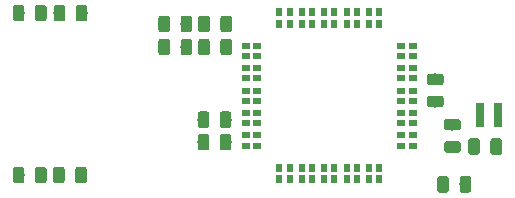
<source format=gbr>
G04 #@! TF.GenerationSoftware,KiCad,Pcbnew,(5.1.4)-1*
G04 #@! TF.CreationDate,2019-12-30T09:54:18-05:00*
G04 #@! TF.ProjectId,Feather-SAM-M8Q-GPS,46656174-6865-4722-9d53-414d2d4d3851,rev?*
G04 #@! TF.SameCoordinates,Original*
G04 #@! TF.FileFunction,Paste,Top*
G04 #@! TF.FilePolarity,Positive*
%FSLAX46Y46*%
G04 Gerber Fmt 4.6, Leading zero omitted, Abs format (unit mm)*
G04 Created by KiCad (PCBNEW (5.1.4)-1) date 2019-12-30 09:54:18*
%MOMM*%
%LPD*%
G04 APERTURE LIST*
%ADD10R,0.580000X0.720000*%
%ADD11R,0.720000X0.580000*%
%ADD12C,0.100000*%
%ADD13C,0.975000*%
%ADD14R,0.800000X2.000000*%
G04 APERTURE END LIST*
D10*
X123732000Y-60752800D03*
X122882000Y-60752800D03*
X123732000Y-59752800D03*
X122882000Y-59752800D03*
X121832000Y-60752800D03*
X120982000Y-60752800D03*
X121832000Y-59752800D03*
X120982000Y-59752800D03*
X119932000Y-60752800D03*
X119082000Y-60752800D03*
X119932000Y-59752800D03*
X119082000Y-59752800D03*
X117182000Y-60752800D03*
X118032000Y-60752800D03*
X117182000Y-59752800D03*
X118032000Y-59752800D03*
X116132000Y-60752800D03*
X115282000Y-60752800D03*
X116132000Y-59752800D03*
X115282000Y-59752800D03*
X123732000Y-72952800D03*
X120982000Y-72952800D03*
X123732000Y-73952800D03*
X120982000Y-73952800D03*
X121832000Y-72952800D03*
X122882000Y-72952800D03*
X121832000Y-73952800D03*
X122882000Y-73952800D03*
X119932000Y-72952800D03*
X119082000Y-72952800D03*
X119932000Y-73952800D03*
X119082000Y-73952800D03*
X118032000Y-72952800D03*
X117182000Y-72952800D03*
X118032000Y-73952800D03*
X117182000Y-73952800D03*
X116132000Y-72952800D03*
X115282000Y-72952800D03*
X116132000Y-73952800D03*
X115282000Y-73952800D03*
D11*
X126607000Y-71077800D03*
X126607000Y-70227800D03*
X125607000Y-71077800D03*
X125607000Y-70227800D03*
X126607000Y-69177800D03*
X125607000Y-69177800D03*
X126607000Y-68327800D03*
X125607000Y-68327800D03*
X126607000Y-67277800D03*
X125607000Y-67277800D03*
X126607000Y-66427800D03*
X125607000Y-66427800D03*
X126607000Y-65377800D03*
X125607000Y-65377800D03*
X126607000Y-64527800D03*
X125607000Y-64527800D03*
X126607000Y-63477800D03*
X125607000Y-63477800D03*
X126607000Y-62627800D03*
X125607000Y-62627800D03*
X113407000Y-71077800D03*
X112407000Y-71077800D03*
X113407000Y-70227800D03*
X112407000Y-70227800D03*
X113407000Y-69177800D03*
X112407000Y-69177800D03*
X113407000Y-68327800D03*
X112407000Y-68327800D03*
X113407000Y-67277800D03*
X112407000Y-67277800D03*
X113407000Y-66427800D03*
X112407000Y-66427800D03*
X113407000Y-65377800D03*
X112407000Y-65377800D03*
X113407000Y-64527800D03*
X112407000Y-64527800D03*
X113407000Y-63477800D03*
X112407000Y-63477800D03*
X113407000Y-62627800D03*
X112407000Y-62627800D03*
D12*
G36*
X130401142Y-68832574D02*
G01*
X130424803Y-68836084D01*
X130448007Y-68841896D01*
X130470529Y-68849954D01*
X130492153Y-68860182D01*
X130512670Y-68872479D01*
X130531883Y-68886729D01*
X130549607Y-68902793D01*
X130565671Y-68920517D01*
X130579921Y-68939730D01*
X130592218Y-68960247D01*
X130602446Y-68981871D01*
X130610504Y-69004393D01*
X130616316Y-69027597D01*
X130619826Y-69051258D01*
X130621000Y-69075150D01*
X130621000Y-69562650D01*
X130619826Y-69586542D01*
X130616316Y-69610203D01*
X130610504Y-69633407D01*
X130602446Y-69655929D01*
X130592218Y-69677553D01*
X130579921Y-69698070D01*
X130565671Y-69717283D01*
X130549607Y-69735007D01*
X130531883Y-69751071D01*
X130512670Y-69765321D01*
X130492153Y-69777618D01*
X130470529Y-69787846D01*
X130448007Y-69795904D01*
X130424803Y-69801716D01*
X130401142Y-69805226D01*
X130377250Y-69806400D01*
X129464750Y-69806400D01*
X129440858Y-69805226D01*
X129417197Y-69801716D01*
X129393993Y-69795904D01*
X129371471Y-69787846D01*
X129349847Y-69777618D01*
X129329330Y-69765321D01*
X129310117Y-69751071D01*
X129292393Y-69735007D01*
X129276329Y-69717283D01*
X129262079Y-69698070D01*
X129249782Y-69677553D01*
X129239554Y-69655929D01*
X129231496Y-69633407D01*
X129225684Y-69610203D01*
X129222174Y-69586542D01*
X129221000Y-69562650D01*
X129221000Y-69075150D01*
X129222174Y-69051258D01*
X129225684Y-69027597D01*
X129231496Y-69004393D01*
X129239554Y-68981871D01*
X129249782Y-68960247D01*
X129262079Y-68939730D01*
X129276329Y-68920517D01*
X129292393Y-68902793D01*
X129310117Y-68886729D01*
X129329330Y-68872479D01*
X129349847Y-68860182D01*
X129371471Y-68849954D01*
X129393993Y-68841896D01*
X129417197Y-68836084D01*
X129440858Y-68832574D01*
X129464750Y-68831400D01*
X130377250Y-68831400D01*
X130401142Y-68832574D01*
X130401142Y-68832574D01*
G37*
D13*
X129921000Y-69318900D03*
D12*
G36*
X130401142Y-70707574D02*
G01*
X130424803Y-70711084D01*
X130448007Y-70716896D01*
X130470529Y-70724954D01*
X130492153Y-70735182D01*
X130512670Y-70747479D01*
X130531883Y-70761729D01*
X130549607Y-70777793D01*
X130565671Y-70795517D01*
X130579921Y-70814730D01*
X130592218Y-70835247D01*
X130602446Y-70856871D01*
X130610504Y-70879393D01*
X130616316Y-70902597D01*
X130619826Y-70926258D01*
X130621000Y-70950150D01*
X130621000Y-71437650D01*
X130619826Y-71461542D01*
X130616316Y-71485203D01*
X130610504Y-71508407D01*
X130602446Y-71530929D01*
X130592218Y-71552553D01*
X130579921Y-71573070D01*
X130565671Y-71592283D01*
X130549607Y-71610007D01*
X130531883Y-71626071D01*
X130512670Y-71640321D01*
X130492153Y-71652618D01*
X130470529Y-71662846D01*
X130448007Y-71670904D01*
X130424803Y-71676716D01*
X130401142Y-71680226D01*
X130377250Y-71681400D01*
X129464750Y-71681400D01*
X129440858Y-71680226D01*
X129417197Y-71676716D01*
X129393993Y-71670904D01*
X129371471Y-71662846D01*
X129349847Y-71652618D01*
X129329330Y-71640321D01*
X129310117Y-71626071D01*
X129292393Y-71610007D01*
X129276329Y-71592283D01*
X129262079Y-71573070D01*
X129249782Y-71552553D01*
X129239554Y-71530929D01*
X129231496Y-71508407D01*
X129225684Y-71485203D01*
X129222174Y-71461542D01*
X129221000Y-71437650D01*
X129221000Y-70950150D01*
X129222174Y-70926258D01*
X129225684Y-70902597D01*
X129231496Y-70879393D01*
X129239554Y-70856871D01*
X129249782Y-70835247D01*
X129262079Y-70814730D01*
X129276329Y-70795517D01*
X129292393Y-70777793D01*
X129310117Y-70761729D01*
X129329330Y-70747479D01*
X129349847Y-70735182D01*
X129371471Y-70724954D01*
X129393993Y-70716896D01*
X129417197Y-70711084D01*
X129440858Y-70707574D01*
X129464750Y-70706400D01*
X130377250Y-70706400D01*
X130401142Y-70707574D01*
X130401142Y-70707574D01*
G37*
D13*
X129921000Y-71193900D03*
D12*
G36*
X107656542Y-62039174D02*
G01*
X107680203Y-62042684D01*
X107703407Y-62048496D01*
X107725929Y-62056554D01*
X107747553Y-62066782D01*
X107768070Y-62079079D01*
X107787283Y-62093329D01*
X107805007Y-62109393D01*
X107821071Y-62127117D01*
X107835321Y-62146330D01*
X107847618Y-62166847D01*
X107857846Y-62188471D01*
X107865904Y-62210993D01*
X107871716Y-62234197D01*
X107875226Y-62257858D01*
X107876400Y-62281750D01*
X107876400Y-63194250D01*
X107875226Y-63218142D01*
X107871716Y-63241803D01*
X107865904Y-63265007D01*
X107857846Y-63287529D01*
X107847618Y-63309153D01*
X107835321Y-63329670D01*
X107821071Y-63348883D01*
X107805007Y-63366607D01*
X107787283Y-63382671D01*
X107768070Y-63396921D01*
X107747553Y-63409218D01*
X107725929Y-63419446D01*
X107703407Y-63427504D01*
X107680203Y-63433316D01*
X107656542Y-63436826D01*
X107632650Y-63438000D01*
X107145150Y-63438000D01*
X107121258Y-63436826D01*
X107097597Y-63433316D01*
X107074393Y-63427504D01*
X107051871Y-63419446D01*
X107030247Y-63409218D01*
X107009730Y-63396921D01*
X106990517Y-63382671D01*
X106972793Y-63366607D01*
X106956729Y-63348883D01*
X106942479Y-63329670D01*
X106930182Y-63309153D01*
X106919954Y-63287529D01*
X106911896Y-63265007D01*
X106906084Y-63241803D01*
X106902574Y-63218142D01*
X106901400Y-63194250D01*
X106901400Y-62281750D01*
X106902574Y-62257858D01*
X106906084Y-62234197D01*
X106911896Y-62210993D01*
X106919954Y-62188471D01*
X106930182Y-62166847D01*
X106942479Y-62146330D01*
X106956729Y-62127117D01*
X106972793Y-62109393D01*
X106990517Y-62093329D01*
X107009730Y-62079079D01*
X107030247Y-62066782D01*
X107051871Y-62056554D01*
X107074393Y-62048496D01*
X107097597Y-62042684D01*
X107121258Y-62039174D01*
X107145150Y-62038000D01*
X107632650Y-62038000D01*
X107656542Y-62039174D01*
X107656542Y-62039174D01*
G37*
D13*
X107388900Y-62738000D03*
D12*
G36*
X105781542Y-62039174D02*
G01*
X105805203Y-62042684D01*
X105828407Y-62048496D01*
X105850929Y-62056554D01*
X105872553Y-62066782D01*
X105893070Y-62079079D01*
X105912283Y-62093329D01*
X105930007Y-62109393D01*
X105946071Y-62127117D01*
X105960321Y-62146330D01*
X105972618Y-62166847D01*
X105982846Y-62188471D01*
X105990904Y-62210993D01*
X105996716Y-62234197D01*
X106000226Y-62257858D01*
X106001400Y-62281750D01*
X106001400Y-63194250D01*
X106000226Y-63218142D01*
X105996716Y-63241803D01*
X105990904Y-63265007D01*
X105982846Y-63287529D01*
X105972618Y-63309153D01*
X105960321Y-63329670D01*
X105946071Y-63348883D01*
X105930007Y-63366607D01*
X105912283Y-63382671D01*
X105893070Y-63396921D01*
X105872553Y-63409218D01*
X105850929Y-63419446D01*
X105828407Y-63427504D01*
X105805203Y-63433316D01*
X105781542Y-63436826D01*
X105757650Y-63438000D01*
X105270150Y-63438000D01*
X105246258Y-63436826D01*
X105222597Y-63433316D01*
X105199393Y-63427504D01*
X105176871Y-63419446D01*
X105155247Y-63409218D01*
X105134730Y-63396921D01*
X105115517Y-63382671D01*
X105097793Y-63366607D01*
X105081729Y-63348883D01*
X105067479Y-63329670D01*
X105055182Y-63309153D01*
X105044954Y-63287529D01*
X105036896Y-63265007D01*
X105031084Y-63241803D01*
X105027574Y-63218142D01*
X105026400Y-63194250D01*
X105026400Y-62281750D01*
X105027574Y-62257858D01*
X105031084Y-62234197D01*
X105036896Y-62210993D01*
X105044954Y-62188471D01*
X105055182Y-62166847D01*
X105067479Y-62146330D01*
X105081729Y-62127117D01*
X105097793Y-62109393D01*
X105115517Y-62093329D01*
X105134730Y-62079079D01*
X105155247Y-62066782D01*
X105176871Y-62056554D01*
X105199393Y-62048496D01*
X105222597Y-62042684D01*
X105246258Y-62039174D01*
X105270150Y-62038000D01*
X105757650Y-62038000D01*
X105781542Y-62039174D01*
X105781542Y-62039174D01*
G37*
D13*
X105513900Y-62738000D03*
D12*
G36*
X107656542Y-60083374D02*
G01*
X107680203Y-60086884D01*
X107703407Y-60092696D01*
X107725929Y-60100754D01*
X107747553Y-60110982D01*
X107768070Y-60123279D01*
X107787283Y-60137529D01*
X107805007Y-60153593D01*
X107821071Y-60171317D01*
X107835321Y-60190530D01*
X107847618Y-60211047D01*
X107857846Y-60232671D01*
X107865904Y-60255193D01*
X107871716Y-60278397D01*
X107875226Y-60302058D01*
X107876400Y-60325950D01*
X107876400Y-61238450D01*
X107875226Y-61262342D01*
X107871716Y-61286003D01*
X107865904Y-61309207D01*
X107857846Y-61331729D01*
X107847618Y-61353353D01*
X107835321Y-61373870D01*
X107821071Y-61393083D01*
X107805007Y-61410807D01*
X107787283Y-61426871D01*
X107768070Y-61441121D01*
X107747553Y-61453418D01*
X107725929Y-61463646D01*
X107703407Y-61471704D01*
X107680203Y-61477516D01*
X107656542Y-61481026D01*
X107632650Y-61482200D01*
X107145150Y-61482200D01*
X107121258Y-61481026D01*
X107097597Y-61477516D01*
X107074393Y-61471704D01*
X107051871Y-61463646D01*
X107030247Y-61453418D01*
X107009730Y-61441121D01*
X106990517Y-61426871D01*
X106972793Y-61410807D01*
X106956729Y-61393083D01*
X106942479Y-61373870D01*
X106930182Y-61353353D01*
X106919954Y-61331729D01*
X106911896Y-61309207D01*
X106906084Y-61286003D01*
X106902574Y-61262342D01*
X106901400Y-61238450D01*
X106901400Y-60325950D01*
X106902574Y-60302058D01*
X106906084Y-60278397D01*
X106911896Y-60255193D01*
X106919954Y-60232671D01*
X106930182Y-60211047D01*
X106942479Y-60190530D01*
X106956729Y-60171317D01*
X106972793Y-60153593D01*
X106990517Y-60137529D01*
X107009730Y-60123279D01*
X107030247Y-60110982D01*
X107051871Y-60100754D01*
X107074393Y-60092696D01*
X107097597Y-60086884D01*
X107121258Y-60083374D01*
X107145150Y-60082200D01*
X107632650Y-60082200D01*
X107656542Y-60083374D01*
X107656542Y-60083374D01*
G37*
D13*
X107388900Y-60782200D03*
D12*
G36*
X105781542Y-60083374D02*
G01*
X105805203Y-60086884D01*
X105828407Y-60092696D01*
X105850929Y-60100754D01*
X105872553Y-60110982D01*
X105893070Y-60123279D01*
X105912283Y-60137529D01*
X105930007Y-60153593D01*
X105946071Y-60171317D01*
X105960321Y-60190530D01*
X105972618Y-60211047D01*
X105982846Y-60232671D01*
X105990904Y-60255193D01*
X105996716Y-60278397D01*
X106000226Y-60302058D01*
X106001400Y-60325950D01*
X106001400Y-61238450D01*
X106000226Y-61262342D01*
X105996716Y-61286003D01*
X105990904Y-61309207D01*
X105982846Y-61331729D01*
X105972618Y-61353353D01*
X105960321Y-61373870D01*
X105946071Y-61393083D01*
X105930007Y-61410807D01*
X105912283Y-61426871D01*
X105893070Y-61441121D01*
X105872553Y-61453418D01*
X105850929Y-61463646D01*
X105828407Y-61471704D01*
X105805203Y-61477516D01*
X105781542Y-61481026D01*
X105757650Y-61482200D01*
X105270150Y-61482200D01*
X105246258Y-61481026D01*
X105222597Y-61477516D01*
X105199393Y-61471704D01*
X105176871Y-61463646D01*
X105155247Y-61453418D01*
X105134730Y-61441121D01*
X105115517Y-61426871D01*
X105097793Y-61410807D01*
X105081729Y-61393083D01*
X105067479Y-61373870D01*
X105055182Y-61353353D01*
X105044954Y-61331729D01*
X105036896Y-61309207D01*
X105031084Y-61286003D01*
X105027574Y-61262342D01*
X105026400Y-61238450D01*
X105026400Y-60325950D01*
X105027574Y-60302058D01*
X105031084Y-60278397D01*
X105036896Y-60255193D01*
X105044954Y-60232671D01*
X105055182Y-60211047D01*
X105067479Y-60190530D01*
X105081729Y-60171317D01*
X105097793Y-60153593D01*
X105115517Y-60137529D01*
X105134730Y-60123279D01*
X105155247Y-60110982D01*
X105176871Y-60100754D01*
X105199393Y-60092696D01*
X105222597Y-60086884D01*
X105246258Y-60083374D01*
X105270150Y-60082200D01*
X105757650Y-60082200D01*
X105781542Y-60083374D01*
X105781542Y-60083374D01*
G37*
D13*
X105513900Y-60782200D03*
D12*
G36*
X98741142Y-72884974D02*
G01*
X98764803Y-72888484D01*
X98788007Y-72894296D01*
X98810529Y-72902354D01*
X98832153Y-72912582D01*
X98852670Y-72924879D01*
X98871883Y-72939129D01*
X98889607Y-72955193D01*
X98905671Y-72972917D01*
X98919921Y-72992130D01*
X98932218Y-73012647D01*
X98942446Y-73034271D01*
X98950504Y-73056793D01*
X98956316Y-73079997D01*
X98959826Y-73103658D01*
X98961000Y-73127550D01*
X98961000Y-74040050D01*
X98959826Y-74063942D01*
X98956316Y-74087603D01*
X98950504Y-74110807D01*
X98942446Y-74133329D01*
X98932218Y-74154953D01*
X98919921Y-74175470D01*
X98905671Y-74194683D01*
X98889607Y-74212407D01*
X98871883Y-74228471D01*
X98852670Y-74242721D01*
X98832153Y-74255018D01*
X98810529Y-74265246D01*
X98788007Y-74273304D01*
X98764803Y-74279116D01*
X98741142Y-74282626D01*
X98717250Y-74283800D01*
X98229750Y-74283800D01*
X98205858Y-74282626D01*
X98182197Y-74279116D01*
X98158993Y-74273304D01*
X98136471Y-74265246D01*
X98114847Y-74255018D01*
X98094330Y-74242721D01*
X98075117Y-74228471D01*
X98057393Y-74212407D01*
X98041329Y-74194683D01*
X98027079Y-74175470D01*
X98014782Y-74154953D01*
X98004554Y-74133329D01*
X97996496Y-74110807D01*
X97990684Y-74087603D01*
X97987174Y-74063942D01*
X97986000Y-74040050D01*
X97986000Y-73127550D01*
X97987174Y-73103658D01*
X97990684Y-73079997D01*
X97996496Y-73056793D01*
X98004554Y-73034271D01*
X98014782Y-73012647D01*
X98027079Y-72992130D01*
X98041329Y-72972917D01*
X98057393Y-72955193D01*
X98075117Y-72939129D01*
X98094330Y-72924879D01*
X98114847Y-72912582D01*
X98136471Y-72902354D01*
X98158993Y-72894296D01*
X98182197Y-72888484D01*
X98205858Y-72884974D01*
X98229750Y-72883800D01*
X98717250Y-72883800D01*
X98741142Y-72884974D01*
X98741142Y-72884974D01*
G37*
D13*
X98473500Y-73583800D03*
D12*
G36*
X96866142Y-72884974D02*
G01*
X96889803Y-72888484D01*
X96913007Y-72894296D01*
X96935529Y-72902354D01*
X96957153Y-72912582D01*
X96977670Y-72924879D01*
X96996883Y-72939129D01*
X97014607Y-72955193D01*
X97030671Y-72972917D01*
X97044921Y-72992130D01*
X97057218Y-73012647D01*
X97067446Y-73034271D01*
X97075504Y-73056793D01*
X97081316Y-73079997D01*
X97084826Y-73103658D01*
X97086000Y-73127550D01*
X97086000Y-74040050D01*
X97084826Y-74063942D01*
X97081316Y-74087603D01*
X97075504Y-74110807D01*
X97067446Y-74133329D01*
X97057218Y-74154953D01*
X97044921Y-74175470D01*
X97030671Y-74194683D01*
X97014607Y-74212407D01*
X96996883Y-74228471D01*
X96977670Y-74242721D01*
X96957153Y-74255018D01*
X96935529Y-74265246D01*
X96913007Y-74273304D01*
X96889803Y-74279116D01*
X96866142Y-74282626D01*
X96842250Y-74283800D01*
X96354750Y-74283800D01*
X96330858Y-74282626D01*
X96307197Y-74279116D01*
X96283993Y-74273304D01*
X96261471Y-74265246D01*
X96239847Y-74255018D01*
X96219330Y-74242721D01*
X96200117Y-74228471D01*
X96182393Y-74212407D01*
X96166329Y-74194683D01*
X96152079Y-74175470D01*
X96139782Y-74154953D01*
X96129554Y-74133329D01*
X96121496Y-74110807D01*
X96115684Y-74087603D01*
X96112174Y-74063942D01*
X96111000Y-74040050D01*
X96111000Y-73127550D01*
X96112174Y-73103658D01*
X96115684Y-73079997D01*
X96121496Y-73056793D01*
X96129554Y-73034271D01*
X96139782Y-73012647D01*
X96152079Y-72992130D01*
X96166329Y-72972917D01*
X96182393Y-72955193D01*
X96200117Y-72939129D01*
X96219330Y-72924879D01*
X96239847Y-72912582D01*
X96261471Y-72902354D01*
X96283993Y-72894296D01*
X96307197Y-72888484D01*
X96330858Y-72884974D01*
X96354750Y-72883800D01*
X96842250Y-72883800D01*
X96866142Y-72884974D01*
X96866142Y-72884974D01*
G37*
D13*
X96598500Y-73583800D03*
D12*
G36*
X98791942Y-59168974D02*
G01*
X98815603Y-59172484D01*
X98838807Y-59178296D01*
X98861329Y-59186354D01*
X98882953Y-59196582D01*
X98903470Y-59208879D01*
X98922683Y-59223129D01*
X98940407Y-59239193D01*
X98956471Y-59256917D01*
X98970721Y-59276130D01*
X98983018Y-59296647D01*
X98993246Y-59318271D01*
X99001304Y-59340793D01*
X99007116Y-59363997D01*
X99010626Y-59387658D01*
X99011800Y-59411550D01*
X99011800Y-60324050D01*
X99010626Y-60347942D01*
X99007116Y-60371603D01*
X99001304Y-60394807D01*
X98993246Y-60417329D01*
X98983018Y-60438953D01*
X98970721Y-60459470D01*
X98956471Y-60478683D01*
X98940407Y-60496407D01*
X98922683Y-60512471D01*
X98903470Y-60526721D01*
X98882953Y-60539018D01*
X98861329Y-60549246D01*
X98838807Y-60557304D01*
X98815603Y-60563116D01*
X98791942Y-60566626D01*
X98768050Y-60567800D01*
X98280550Y-60567800D01*
X98256658Y-60566626D01*
X98232997Y-60563116D01*
X98209793Y-60557304D01*
X98187271Y-60549246D01*
X98165647Y-60539018D01*
X98145130Y-60526721D01*
X98125917Y-60512471D01*
X98108193Y-60496407D01*
X98092129Y-60478683D01*
X98077879Y-60459470D01*
X98065582Y-60438953D01*
X98055354Y-60417329D01*
X98047296Y-60394807D01*
X98041484Y-60371603D01*
X98037974Y-60347942D01*
X98036800Y-60324050D01*
X98036800Y-59411550D01*
X98037974Y-59387658D01*
X98041484Y-59363997D01*
X98047296Y-59340793D01*
X98055354Y-59318271D01*
X98065582Y-59296647D01*
X98077879Y-59276130D01*
X98092129Y-59256917D01*
X98108193Y-59239193D01*
X98125917Y-59223129D01*
X98145130Y-59208879D01*
X98165647Y-59196582D01*
X98187271Y-59186354D01*
X98209793Y-59178296D01*
X98232997Y-59172484D01*
X98256658Y-59168974D01*
X98280550Y-59167800D01*
X98768050Y-59167800D01*
X98791942Y-59168974D01*
X98791942Y-59168974D01*
G37*
D13*
X98524300Y-59867800D03*
D12*
G36*
X96916942Y-59168974D02*
G01*
X96940603Y-59172484D01*
X96963807Y-59178296D01*
X96986329Y-59186354D01*
X97007953Y-59196582D01*
X97028470Y-59208879D01*
X97047683Y-59223129D01*
X97065407Y-59239193D01*
X97081471Y-59256917D01*
X97095721Y-59276130D01*
X97108018Y-59296647D01*
X97118246Y-59318271D01*
X97126304Y-59340793D01*
X97132116Y-59363997D01*
X97135626Y-59387658D01*
X97136800Y-59411550D01*
X97136800Y-60324050D01*
X97135626Y-60347942D01*
X97132116Y-60371603D01*
X97126304Y-60394807D01*
X97118246Y-60417329D01*
X97108018Y-60438953D01*
X97095721Y-60459470D01*
X97081471Y-60478683D01*
X97065407Y-60496407D01*
X97047683Y-60512471D01*
X97028470Y-60526721D01*
X97007953Y-60539018D01*
X96986329Y-60549246D01*
X96963807Y-60557304D01*
X96940603Y-60563116D01*
X96916942Y-60566626D01*
X96893050Y-60567800D01*
X96405550Y-60567800D01*
X96381658Y-60566626D01*
X96357997Y-60563116D01*
X96334793Y-60557304D01*
X96312271Y-60549246D01*
X96290647Y-60539018D01*
X96270130Y-60526721D01*
X96250917Y-60512471D01*
X96233193Y-60496407D01*
X96217129Y-60478683D01*
X96202879Y-60459470D01*
X96190582Y-60438953D01*
X96180354Y-60417329D01*
X96172296Y-60394807D01*
X96166484Y-60371603D01*
X96162974Y-60347942D01*
X96161800Y-60324050D01*
X96161800Y-59411550D01*
X96162974Y-59387658D01*
X96166484Y-59363997D01*
X96172296Y-59340793D01*
X96180354Y-59318271D01*
X96190582Y-59296647D01*
X96202879Y-59276130D01*
X96217129Y-59256917D01*
X96233193Y-59239193D01*
X96250917Y-59223129D01*
X96270130Y-59208879D01*
X96290647Y-59196582D01*
X96312271Y-59186354D01*
X96334793Y-59178296D01*
X96357997Y-59172484D01*
X96381658Y-59168974D01*
X96405550Y-59167800D01*
X96893050Y-59167800D01*
X96916942Y-59168974D01*
X96916942Y-59168974D01*
G37*
D13*
X96649300Y-59867800D03*
D12*
G36*
X132019742Y-70471974D02*
G01*
X132043403Y-70475484D01*
X132066607Y-70481296D01*
X132089129Y-70489354D01*
X132110753Y-70499582D01*
X132131270Y-70511879D01*
X132150483Y-70526129D01*
X132168207Y-70542193D01*
X132184271Y-70559917D01*
X132198521Y-70579130D01*
X132210818Y-70599647D01*
X132221046Y-70621271D01*
X132229104Y-70643793D01*
X132234916Y-70666997D01*
X132238426Y-70690658D01*
X132239600Y-70714550D01*
X132239600Y-71627050D01*
X132238426Y-71650942D01*
X132234916Y-71674603D01*
X132229104Y-71697807D01*
X132221046Y-71720329D01*
X132210818Y-71741953D01*
X132198521Y-71762470D01*
X132184271Y-71781683D01*
X132168207Y-71799407D01*
X132150483Y-71815471D01*
X132131270Y-71829721D01*
X132110753Y-71842018D01*
X132089129Y-71852246D01*
X132066607Y-71860304D01*
X132043403Y-71866116D01*
X132019742Y-71869626D01*
X131995850Y-71870800D01*
X131508350Y-71870800D01*
X131484458Y-71869626D01*
X131460797Y-71866116D01*
X131437593Y-71860304D01*
X131415071Y-71852246D01*
X131393447Y-71842018D01*
X131372930Y-71829721D01*
X131353717Y-71815471D01*
X131335993Y-71799407D01*
X131319929Y-71781683D01*
X131305679Y-71762470D01*
X131293382Y-71741953D01*
X131283154Y-71720329D01*
X131275096Y-71697807D01*
X131269284Y-71674603D01*
X131265774Y-71650942D01*
X131264600Y-71627050D01*
X131264600Y-70714550D01*
X131265774Y-70690658D01*
X131269284Y-70666997D01*
X131275096Y-70643793D01*
X131283154Y-70621271D01*
X131293382Y-70599647D01*
X131305679Y-70579130D01*
X131319929Y-70559917D01*
X131335993Y-70542193D01*
X131353717Y-70526129D01*
X131372930Y-70511879D01*
X131393447Y-70499582D01*
X131415071Y-70489354D01*
X131437593Y-70481296D01*
X131460797Y-70475484D01*
X131484458Y-70471974D01*
X131508350Y-70470800D01*
X131995850Y-70470800D01*
X132019742Y-70471974D01*
X132019742Y-70471974D01*
G37*
D13*
X131752100Y-71170800D03*
D12*
G36*
X133894742Y-70471974D02*
G01*
X133918403Y-70475484D01*
X133941607Y-70481296D01*
X133964129Y-70489354D01*
X133985753Y-70499582D01*
X134006270Y-70511879D01*
X134025483Y-70526129D01*
X134043207Y-70542193D01*
X134059271Y-70559917D01*
X134073521Y-70579130D01*
X134085818Y-70599647D01*
X134096046Y-70621271D01*
X134104104Y-70643793D01*
X134109916Y-70666997D01*
X134113426Y-70690658D01*
X134114600Y-70714550D01*
X134114600Y-71627050D01*
X134113426Y-71650942D01*
X134109916Y-71674603D01*
X134104104Y-71697807D01*
X134096046Y-71720329D01*
X134085818Y-71741953D01*
X134073521Y-71762470D01*
X134059271Y-71781683D01*
X134043207Y-71799407D01*
X134025483Y-71815471D01*
X134006270Y-71829721D01*
X133985753Y-71842018D01*
X133964129Y-71852246D01*
X133941607Y-71860304D01*
X133918403Y-71866116D01*
X133894742Y-71869626D01*
X133870850Y-71870800D01*
X133383350Y-71870800D01*
X133359458Y-71869626D01*
X133335797Y-71866116D01*
X133312593Y-71860304D01*
X133290071Y-71852246D01*
X133268447Y-71842018D01*
X133247930Y-71829721D01*
X133228717Y-71815471D01*
X133210993Y-71799407D01*
X133194929Y-71781683D01*
X133180679Y-71762470D01*
X133168382Y-71741953D01*
X133158154Y-71720329D01*
X133150096Y-71697807D01*
X133144284Y-71674603D01*
X133140774Y-71650942D01*
X133139600Y-71627050D01*
X133139600Y-70714550D01*
X133140774Y-70690658D01*
X133144284Y-70666997D01*
X133150096Y-70643793D01*
X133158154Y-70621271D01*
X133168382Y-70599647D01*
X133180679Y-70579130D01*
X133194929Y-70559917D01*
X133210993Y-70542193D01*
X133228717Y-70526129D01*
X133247930Y-70511879D01*
X133268447Y-70499582D01*
X133290071Y-70489354D01*
X133312593Y-70481296D01*
X133335797Y-70475484D01*
X133359458Y-70471974D01*
X133383350Y-70470800D01*
X133870850Y-70470800D01*
X133894742Y-70471974D01*
X133894742Y-70471974D01*
G37*
D13*
X133627100Y-71170800D03*
D12*
G36*
X110983942Y-68185974D02*
G01*
X111007603Y-68189484D01*
X111030807Y-68195296D01*
X111053329Y-68203354D01*
X111074953Y-68213582D01*
X111095470Y-68225879D01*
X111114683Y-68240129D01*
X111132407Y-68256193D01*
X111148471Y-68273917D01*
X111162721Y-68293130D01*
X111175018Y-68313647D01*
X111185246Y-68335271D01*
X111193304Y-68357793D01*
X111199116Y-68380997D01*
X111202626Y-68404658D01*
X111203800Y-68428550D01*
X111203800Y-69341050D01*
X111202626Y-69364942D01*
X111199116Y-69388603D01*
X111193304Y-69411807D01*
X111185246Y-69434329D01*
X111175018Y-69455953D01*
X111162721Y-69476470D01*
X111148471Y-69495683D01*
X111132407Y-69513407D01*
X111114683Y-69529471D01*
X111095470Y-69543721D01*
X111074953Y-69556018D01*
X111053329Y-69566246D01*
X111030807Y-69574304D01*
X111007603Y-69580116D01*
X110983942Y-69583626D01*
X110960050Y-69584800D01*
X110472550Y-69584800D01*
X110448658Y-69583626D01*
X110424997Y-69580116D01*
X110401793Y-69574304D01*
X110379271Y-69566246D01*
X110357647Y-69556018D01*
X110337130Y-69543721D01*
X110317917Y-69529471D01*
X110300193Y-69513407D01*
X110284129Y-69495683D01*
X110269879Y-69476470D01*
X110257582Y-69455953D01*
X110247354Y-69434329D01*
X110239296Y-69411807D01*
X110233484Y-69388603D01*
X110229974Y-69364942D01*
X110228800Y-69341050D01*
X110228800Y-68428550D01*
X110229974Y-68404658D01*
X110233484Y-68380997D01*
X110239296Y-68357793D01*
X110247354Y-68335271D01*
X110257582Y-68313647D01*
X110269879Y-68293130D01*
X110284129Y-68273917D01*
X110300193Y-68256193D01*
X110317917Y-68240129D01*
X110337130Y-68225879D01*
X110357647Y-68213582D01*
X110379271Y-68203354D01*
X110401793Y-68195296D01*
X110424997Y-68189484D01*
X110448658Y-68185974D01*
X110472550Y-68184800D01*
X110960050Y-68184800D01*
X110983942Y-68185974D01*
X110983942Y-68185974D01*
G37*
D13*
X110716300Y-68884800D03*
D12*
G36*
X109108942Y-68185974D02*
G01*
X109132603Y-68189484D01*
X109155807Y-68195296D01*
X109178329Y-68203354D01*
X109199953Y-68213582D01*
X109220470Y-68225879D01*
X109239683Y-68240129D01*
X109257407Y-68256193D01*
X109273471Y-68273917D01*
X109287721Y-68293130D01*
X109300018Y-68313647D01*
X109310246Y-68335271D01*
X109318304Y-68357793D01*
X109324116Y-68380997D01*
X109327626Y-68404658D01*
X109328800Y-68428550D01*
X109328800Y-69341050D01*
X109327626Y-69364942D01*
X109324116Y-69388603D01*
X109318304Y-69411807D01*
X109310246Y-69434329D01*
X109300018Y-69455953D01*
X109287721Y-69476470D01*
X109273471Y-69495683D01*
X109257407Y-69513407D01*
X109239683Y-69529471D01*
X109220470Y-69543721D01*
X109199953Y-69556018D01*
X109178329Y-69566246D01*
X109155807Y-69574304D01*
X109132603Y-69580116D01*
X109108942Y-69583626D01*
X109085050Y-69584800D01*
X108597550Y-69584800D01*
X108573658Y-69583626D01*
X108549997Y-69580116D01*
X108526793Y-69574304D01*
X108504271Y-69566246D01*
X108482647Y-69556018D01*
X108462130Y-69543721D01*
X108442917Y-69529471D01*
X108425193Y-69513407D01*
X108409129Y-69495683D01*
X108394879Y-69476470D01*
X108382582Y-69455953D01*
X108372354Y-69434329D01*
X108364296Y-69411807D01*
X108358484Y-69388603D01*
X108354974Y-69364942D01*
X108353800Y-69341050D01*
X108353800Y-68428550D01*
X108354974Y-68404658D01*
X108358484Y-68380997D01*
X108364296Y-68357793D01*
X108372354Y-68335271D01*
X108382582Y-68313647D01*
X108394879Y-68293130D01*
X108409129Y-68273917D01*
X108425193Y-68256193D01*
X108442917Y-68240129D01*
X108462130Y-68225879D01*
X108482647Y-68213582D01*
X108504271Y-68203354D01*
X108526793Y-68195296D01*
X108549997Y-68189484D01*
X108573658Y-68185974D01*
X108597550Y-68184800D01*
X109085050Y-68184800D01*
X109108942Y-68185974D01*
X109108942Y-68185974D01*
G37*
D13*
X108841300Y-68884800D03*
D12*
G36*
X110983942Y-70090974D02*
G01*
X111007603Y-70094484D01*
X111030807Y-70100296D01*
X111053329Y-70108354D01*
X111074953Y-70118582D01*
X111095470Y-70130879D01*
X111114683Y-70145129D01*
X111132407Y-70161193D01*
X111148471Y-70178917D01*
X111162721Y-70198130D01*
X111175018Y-70218647D01*
X111185246Y-70240271D01*
X111193304Y-70262793D01*
X111199116Y-70285997D01*
X111202626Y-70309658D01*
X111203800Y-70333550D01*
X111203800Y-71246050D01*
X111202626Y-71269942D01*
X111199116Y-71293603D01*
X111193304Y-71316807D01*
X111185246Y-71339329D01*
X111175018Y-71360953D01*
X111162721Y-71381470D01*
X111148471Y-71400683D01*
X111132407Y-71418407D01*
X111114683Y-71434471D01*
X111095470Y-71448721D01*
X111074953Y-71461018D01*
X111053329Y-71471246D01*
X111030807Y-71479304D01*
X111007603Y-71485116D01*
X110983942Y-71488626D01*
X110960050Y-71489800D01*
X110472550Y-71489800D01*
X110448658Y-71488626D01*
X110424997Y-71485116D01*
X110401793Y-71479304D01*
X110379271Y-71471246D01*
X110357647Y-71461018D01*
X110337130Y-71448721D01*
X110317917Y-71434471D01*
X110300193Y-71418407D01*
X110284129Y-71400683D01*
X110269879Y-71381470D01*
X110257582Y-71360953D01*
X110247354Y-71339329D01*
X110239296Y-71316807D01*
X110233484Y-71293603D01*
X110229974Y-71269942D01*
X110228800Y-71246050D01*
X110228800Y-70333550D01*
X110229974Y-70309658D01*
X110233484Y-70285997D01*
X110239296Y-70262793D01*
X110247354Y-70240271D01*
X110257582Y-70218647D01*
X110269879Y-70198130D01*
X110284129Y-70178917D01*
X110300193Y-70161193D01*
X110317917Y-70145129D01*
X110337130Y-70130879D01*
X110357647Y-70118582D01*
X110379271Y-70108354D01*
X110401793Y-70100296D01*
X110424997Y-70094484D01*
X110448658Y-70090974D01*
X110472550Y-70089800D01*
X110960050Y-70089800D01*
X110983942Y-70090974D01*
X110983942Y-70090974D01*
G37*
D13*
X110716300Y-70789800D03*
D12*
G36*
X109108942Y-70090974D02*
G01*
X109132603Y-70094484D01*
X109155807Y-70100296D01*
X109178329Y-70108354D01*
X109199953Y-70118582D01*
X109220470Y-70130879D01*
X109239683Y-70145129D01*
X109257407Y-70161193D01*
X109273471Y-70178917D01*
X109287721Y-70198130D01*
X109300018Y-70218647D01*
X109310246Y-70240271D01*
X109318304Y-70262793D01*
X109324116Y-70285997D01*
X109327626Y-70309658D01*
X109328800Y-70333550D01*
X109328800Y-71246050D01*
X109327626Y-71269942D01*
X109324116Y-71293603D01*
X109318304Y-71316807D01*
X109310246Y-71339329D01*
X109300018Y-71360953D01*
X109287721Y-71381470D01*
X109273471Y-71400683D01*
X109257407Y-71418407D01*
X109239683Y-71434471D01*
X109220470Y-71448721D01*
X109199953Y-71461018D01*
X109178329Y-71471246D01*
X109155807Y-71479304D01*
X109132603Y-71485116D01*
X109108942Y-71488626D01*
X109085050Y-71489800D01*
X108597550Y-71489800D01*
X108573658Y-71488626D01*
X108549997Y-71485116D01*
X108526793Y-71479304D01*
X108504271Y-71471246D01*
X108482647Y-71461018D01*
X108462130Y-71448721D01*
X108442917Y-71434471D01*
X108425193Y-71418407D01*
X108409129Y-71400683D01*
X108394879Y-71381470D01*
X108382582Y-71360953D01*
X108372354Y-71339329D01*
X108364296Y-71316807D01*
X108358484Y-71293603D01*
X108354974Y-71269942D01*
X108353800Y-71246050D01*
X108353800Y-70333550D01*
X108354974Y-70309658D01*
X108358484Y-70285997D01*
X108364296Y-70262793D01*
X108372354Y-70240271D01*
X108382582Y-70218647D01*
X108394879Y-70198130D01*
X108409129Y-70178917D01*
X108425193Y-70161193D01*
X108442917Y-70145129D01*
X108462130Y-70130879D01*
X108482647Y-70118582D01*
X108504271Y-70108354D01*
X108526793Y-70100296D01*
X108549997Y-70094484D01*
X108573658Y-70090974D01*
X108597550Y-70089800D01*
X109085050Y-70089800D01*
X109108942Y-70090974D01*
X109108942Y-70090974D01*
G37*
D13*
X108841300Y-70789800D03*
D12*
G36*
X111034742Y-62039174D02*
G01*
X111058403Y-62042684D01*
X111081607Y-62048496D01*
X111104129Y-62056554D01*
X111125753Y-62066782D01*
X111146270Y-62079079D01*
X111165483Y-62093329D01*
X111183207Y-62109393D01*
X111199271Y-62127117D01*
X111213521Y-62146330D01*
X111225818Y-62166847D01*
X111236046Y-62188471D01*
X111244104Y-62210993D01*
X111249916Y-62234197D01*
X111253426Y-62257858D01*
X111254600Y-62281750D01*
X111254600Y-63194250D01*
X111253426Y-63218142D01*
X111249916Y-63241803D01*
X111244104Y-63265007D01*
X111236046Y-63287529D01*
X111225818Y-63309153D01*
X111213521Y-63329670D01*
X111199271Y-63348883D01*
X111183207Y-63366607D01*
X111165483Y-63382671D01*
X111146270Y-63396921D01*
X111125753Y-63409218D01*
X111104129Y-63419446D01*
X111081607Y-63427504D01*
X111058403Y-63433316D01*
X111034742Y-63436826D01*
X111010850Y-63438000D01*
X110523350Y-63438000D01*
X110499458Y-63436826D01*
X110475797Y-63433316D01*
X110452593Y-63427504D01*
X110430071Y-63419446D01*
X110408447Y-63409218D01*
X110387930Y-63396921D01*
X110368717Y-63382671D01*
X110350993Y-63366607D01*
X110334929Y-63348883D01*
X110320679Y-63329670D01*
X110308382Y-63309153D01*
X110298154Y-63287529D01*
X110290096Y-63265007D01*
X110284284Y-63241803D01*
X110280774Y-63218142D01*
X110279600Y-63194250D01*
X110279600Y-62281750D01*
X110280774Y-62257858D01*
X110284284Y-62234197D01*
X110290096Y-62210993D01*
X110298154Y-62188471D01*
X110308382Y-62166847D01*
X110320679Y-62146330D01*
X110334929Y-62127117D01*
X110350993Y-62109393D01*
X110368717Y-62093329D01*
X110387930Y-62079079D01*
X110408447Y-62066782D01*
X110430071Y-62056554D01*
X110452593Y-62048496D01*
X110475797Y-62042684D01*
X110499458Y-62039174D01*
X110523350Y-62038000D01*
X111010850Y-62038000D01*
X111034742Y-62039174D01*
X111034742Y-62039174D01*
G37*
D13*
X110767100Y-62738000D03*
D12*
G36*
X109159742Y-62039174D02*
G01*
X109183403Y-62042684D01*
X109206607Y-62048496D01*
X109229129Y-62056554D01*
X109250753Y-62066782D01*
X109271270Y-62079079D01*
X109290483Y-62093329D01*
X109308207Y-62109393D01*
X109324271Y-62127117D01*
X109338521Y-62146330D01*
X109350818Y-62166847D01*
X109361046Y-62188471D01*
X109369104Y-62210993D01*
X109374916Y-62234197D01*
X109378426Y-62257858D01*
X109379600Y-62281750D01*
X109379600Y-63194250D01*
X109378426Y-63218142D01*
X109374916Y-63241803D01*
X109369104Y-63265007D01*
X109361046Y-63287529D01*
X109350818Y-63309153D01*
X109338521Y-63329670D01*
X109324271Y-63348883D01*
X109308207Y-63366607D01*
X109290483Y-63382671D01*
X109271270Y-63396921D01*
X109250753Y-63409218D01*
X109229129Y-63419446D01*
X109206607Y-63427504D01*
X109183403Y-63433316D01*
X109159742Y-63436826D01*
X109135850Y-63438000D01*
X108648350Y-63438000D01*
X108624458Y-63436826D01*
X108600797Y-63433316D01*
X108577593Y-63427504D01*
X108555071Y-63419446D01*
X108533447Y-63409218D01*
X108512930Y-63396921D01*
X108493717Y-63382671D01*
X108475993Y-63366607D01*
X108459929Y-63348883D01*
X108445679Y-63329670D01*
X108433382Y-63309153D01*
X108423154Y-63287529D01*
X108415096Y-63265007D01*
X108409284Y-63241803D01*
X108405774Y-63218142D01*
X108404600Y-63194250D01*
X108404600Y-62281750D01*
X108405774Y-62257858D01*
X108409284Y-62234197D01*
X108415096Y-62210993D01*
X108423154Y-62188471D01*
X108433382Y-62166847D01*
X108445679Y-62146330D01*
X108459929Y-62127117D01*
X108475993Y-62109393D01*
X108493717Y-62093329D01*
X108512930Y-62079079D01*
X108533447Y-62066782D01*
X108555071Y-62056554D01*
X108577593Y-62048496D01*
X108600797Y-62042684D01*
X108624458Y-62039174D01*
X108648350Y-62038000D01*
X109135850Y-62038000D01*
X109159742Y-62039174D01*
X109159742Y-62039174D01*
G37*
D13*
X108892100Y-62738000D03*
D12*
G36*
X111034742Y-60083374D02*
G01*
X111058403Y-60086884D01*
X111081607Y-60092696D01*
X111104129Y-60100754D01*
X111125753Y-60110982D01*
X111146270Y-60123279D01*
X111165483Y-60137529D01*
X111183207Y-60153593D01*
X111199271Y-60171317D01*
X111213521Y-60190530D01*
X111225818Y-60211047D01*
X111236046Y-60232671D01*
X111244104Y-60255193D01*
X111249916Y-60278397D01*
X111253426Y-60302058D01*
X111254600Y-60325950D01*
X111254600Y-61238450D01*
X111253426Y-61262342D01*
X111249916Y-61286003D01*
X111244104Y-61309207D01*
X111236046Y-61331729D01*
X111225818Y-61353353D01*
X111213521Y-61373870D01*
X111199271Y-61393083D01*
X111183207Y-61410807D01*
X111165483Y-61426871D01*
X111146270Y-61441121D01*
X111125753Y-61453418D01*
X111104129Y-61463646D01*
X111081607Y-61471704D01*
X111058403Y-61477516D01*
X111034742Y-61481026D01*
X111010850Y-61482200D01*
X110523350Y-61482200D01*
X110499458Y-61481026D01*
X110475797Y-61477516D01*
X110452593Y-61471704D01*
X110430071Y-61463646D01*
X110408447Y-61453418D01*
X110387930Y-61441121D01*
X110368717Y-61426871D01*
X110350993Y-61410807D01*
X110334929Y-61393083D01*
X110320679Y-61373870D01*
X110308382Y-61353353D01*
X110298154Y-61331729D01*
X110290096Y-61309207D01*
X110284284Y-61286003D01*
X110280774Y-61262342D01*
X110279600Y-61238450D01*
X110279600Y-60325950D01*
X110280774Y-60302058D01*
X110284284Y-60278397D01*
X110290096Y-60255193D01*
X110298154Y-60232671D01*
X110308382Y-60211047D01*
X110320679Y-60190530D01*
X110334929Y-60171317D01*
X110350993Y-60153593D01*
X110368717Y-60137529D01*
X110387930Y-60123279D01*
X110408447Y-60110982D01*
X110430071Y-60100754D01*
X110452593Y-60092696D01*
X110475797Y-60086884D01*
X110499458Y-60083374D01*
X110523350Y-60082200D01*
X111010850Y-60082200D01*
X111034742Y-60083374D01*
X111034742Y-60083374D01*
G37*
D13*
X110767100Y-60782200D03*
D12*
G36*
X109159742Y-60083374D02*
G01*
X109183403Y-60086884D01*
X109206607Y-60092696D01*
X109229129Y-60100754D01*
X109250753Y-60110982D01*
X109271270Y-60123279D01*
X109290483Y-60137529D01*
X109308207Y-60153593D01*
X109324271Y-60171317D01*
X109338521Y-60190530D01*
X109350818Y-60211047D01*
X109361046Y-60232671D01*
X109369104Y-60255193D01*
X109374916Y-60278397D01*
X109378426Y-60302058D01*
X109379600Y-60325950D01*
X109379600Y-61238450D01*
X109378426Y-61262342D01*
X109374916Y-61286003D01*
X109369104Y-61309207D01*
X109361046Y-61331729D01*
X109350818Y-61353353D01*
X109338521Y-61373870D01*
X109324271Y-61393083D01*
X109308207Y-61410807D01*
X109290483Y-61426871D01*
X109271270Y-61441121D01*
X109250753Y-61453418D01*
X109229129Y-61463646D01*
X109206607Y-61471704D01*
X109183403Y-61477516D01*
X109159742Y-61481026D01*
X109135850Y-61482200D01*
X108648350Y-61482200D01*
X108624458Y-61481026D01*
X108600797Y-61477516D01*
X108577593Y-61471704D01*
X108555071Y-61463646D01*
X108533447Y-61453418D01*
X108512930Y-61441121D01*
X108493717Y-61426871D01*
X108475993Y-61410807D01*
X108459929Y-61393083D01*
X108445679Y-61373870D01*
X108433382Y-61353353D01*
X108423154Y-61331729D01*
X108415096Y-61309207D01*
X108409284Y-61286003D01*
X108405774Y-61262342D01*
X108404600Y-61238450D01*
X108404600Y-60325950D01*
X108405774Y-60302058D01*
X108409284Y-60278397D01*
X108415096Y-60255193D01*
X108423154Y-60232671D01*
X108433382Y-60211047D01*
X108445679Y-60190530D01*
X108459929Y-60171317D01*
X108475993Y-60153593D01*
X108493717Y-60137529D01*
X108512930Y-60123279D01*
X108533447Y-60110982D01*
X108555071Y-60100754D01*
X108577593Y-60092696D01*
X108600797Y-60086884D01*
X108624458Y-60083374D01*
X108648350Y-60082200D01*
X109135850Y-60082200D01*
X109159742Y-60083374D01*
X109159742Y-60083374D01*
G37*
D13*
X108892100Y-60782200D03*
D12*
G36*
X95337542Y-72884974D02*
G01*
X95361203Y-72888484D01*
X95384407Y-72894296D01*
X95406929Y-72902354D01*
X95428553Y-72912582D01*
X95449070Y-72924879D01*
X95468283Y-72939129D01*
X95486007Y-72955193D01*
X95502071Y-72972917D01*
X95516321Y-72992130D01*
X95528618Y-73012647D01*
X95538846Y-73034271D01*
X95546904Y-73056793D01*
X95552716Y-73079997D01*
X95556226Y-73103658D01*
X95557400Y-73127550D01*
X95557400Y-74040050D01*
X95556226Y-74063942D01*
X95552716Y-74087603D01*
X95546904Y-74110807D01*
X95538846Y-74133329D01*
X95528618Y-74154953D01*
X95516321Y-74175470D01*
X95502071Y-74194683D01*
X95486007Y-74212407D01*
X95468283Y-74228471D01*
X95449070Y-74242721D01*
X95428553Y-74255018D01*
X95406929Y-74265246D01*
X95384407Y-74273304D01*
X95361203Y-74279116D01*
X95337542Y-74282626D01*
X95313650Y-74283800D01*
X94826150Y-74283800D01*
X94802258Y-74282626D01*
X94778597Y-74279116D01*
X94755393Y-74273304D01*
X94732871Y-74265246D01*
X94711247Y-74255018D01*
X94690730Y-74242721D01*
X94671517Y-74228471D01*
X94653793Y-74212407D01*
X94637729Y-74194683D01*
X94623479Y-74175470D01*
X94611182Y-74154953D01*
X94600954Y-74133329D01*
X94592896Y-74110807D01*
X94587084Y-74087603D01*
X94583574Y-74063942D01*
X94582400Y-74040050D01*
X94582400Y-73127550D01*
X94583574Y-73103658D01*
X94587084Y-73079997D01*
X94592896Y-73056793D01*
X94600954Y-73034271D01*
X94611182Y-73012647D01*
X94623479Y-72992130D01*
X94637729Y-72972917D01*
X94653793Y-72955193D01*
X94671517Y-72939129D01*
X94690730Y-72924879D01*
X94711247Y-72912582D01*
X94732871Y-72902354D01*
X94755393Y-72894296D01*
X94778597Y-72888484D01*
X94802258Y-72884974D01*
X94826150Y-72883800D01*
X95313650Y-72883800D01*
X95337542Y-72884974D01*
X95337542Y-72884974D01*
G37*
D13*
X95069900Y-73583800D03*
D12*
G36*
X93462542Y-72884974D02*
G01*
X93486203Y-72888484D01*
X93509407Y-72894296D01*
X93531929Y-72902354D01*
X93553553Y-72912582D01*
X93574070Y-72924879D01*
X93593283Y-72939129D01*
X93611007Y-72955193D01*
X93627071Y-72972917D01*
X93641321Y-72992130D01*
X93653618Y-73012647D01*
X93663846Y-73034271D01*
X93671904Y-73056793D01*
X93677716Y-73079997D01*
X93681226Y-73103658D01*
X93682400Y-73127550D01*
X93682400Y-74040050D01*
X93681226Y-74063942D01*
X93677716Y-74087603D01*
X93671904Y-74110807D01*
X93663846Y-74133329D01*
X93653618Y-74154953D01*
X93641321Y-74175470D01*
X93627071Y-74194683D01*
X93611007Y-74212407D01*
X93593283Y-74228471D01*
X93574070Y-74242721D01*
X93553553Y-74255018D01*
X93531929Y-74265246D01*
X93509407Y-74273304D01*
X93486203Y-74279116D01*
X93462542Y-74282626D01*
X93438650Y-74283800D01*
X92951150Y-74283800D01*
X92927258Y-74282626D01*
X92903597Y-74279116D01*
X92880393Y-74273304D01*
X92857871Y-74265246D01*
X92836247Y-74255018D01*
X92815730Y-74242721D01*
X92796517Y-74228471D01*
X92778793Y-74212407D01*
X92762729Y-74194683D01*
X92748479Y-74175470D01*
X92736182Y-74154953D01*
X92725954Y-74133329D01*
X92717896Y-74110807D01*
X92712084Y-74087603D01*
X92708574Y-74063942D01*
X92707400Y-74040050D01*
X92707400Y-73127550D01*
X92708574Y-73103658D01*
X92712084Y-73079997D01*
X92717896Y-73056793D01*
X92725954Y-73034271D01*
X92736182Y-73012647D01*
X92748479Y-72992130D01*
X92762729Y-72972917D01*
X92778793Y-72955193D01*
X92796517Y-72939129D01*
X92815730Y-72924879D01*
X92836247Y-72912582D01*
X92857871Y-72902354D01*
X92880393Y-72894296D01*
X92903597Y-72888484D01*
X92927258Y-72884974D01*
X92951150Y-72883800D01*
X93438650Y-72883800D01*
X93462542Y-72884974D01*
X93462542Y-72884974D01*
G37*
D13*
X93194900Y-73583800D03*
D12*
G36*
X95337542Y-59168974D02*
G01*
X95361203Y-59172484D01*
X95384407Y-59178296D01*
X95406929Y-59186354D01*
X95428553Y-59196582D01*
X95449070Y-59208879D01*
X95468283Y-59223129D01*
X95486007Y-59239193D01*
X95502071Y-59256917D01*
X95516321Y-59276130D01*
X95528618Y-59296647D01*
X95538846Y-59318271D01*
X95546904Y-59340793D01*
X95552716Y-59363997D01*
X95556226Y-59387658D01*
X95557400Y-59411550D01*
X95557400Y-60324050D01*
X95556226Y-60347942D01*
X95552716Y-60371603D01*
X95546904Y-60394807D01*
X95538846Y-60417329D01*
X95528618Y-60438953D01*
X95516321Y-60459470D01*
X95502071Y-60478683D01*
X95486007Y-60496407D01*
X95468283Y-60512471D01*
X95449070Y-60526721D01*
X95428553Y-60539018D01*
X95406929Y-60549246D01*
X95384407Y-60557304D01*
X95361203Y-60563116D01*
X95337542Y-60566626D01*
X95313650Y-60567800D01*
X94826150Y-60567800D01*
X94802258Y-60566626D01*
X94778597Y-60563116D01*
X94755393Y-60557304D01*
X94732871Y-60549246D01*
X94711247Y-60539018D01*
X94690730Y-60526721D01*
X94671517Y-60512471D01*
X94653793Y-60496407D01*
X94637729Y-60478683D01*
X94623479Y-60459470D01*
X94611182Y-60438953D01*
X94600954Y-60417329D01*
X94592896Y-60394807D01*
X94587084Y-60371603D01*
X94583574Y-60347942D01*
X94582400Y-60324050D01*
X94582400Y-59411550D01*
X94583574Y-59387658D01*
X94587084Y-59363997D01*
X94592896Y-59340793D01*
X94600954Y-59318271D01*
X94611182Y-59296647D01*
X94623479Y-59276130D01*
X94637729Y-59256917D01*
X94653793Y-59239193D01*
X94671517Y-59223129D01*
X94690730Y-59208879D01*
X94711247Y-59196582D01*
X94732871Y-59186354D01*
X94755393Y-59178296D01*
X94778597Y-59172484D01*
X94802258Y-59168974D01*
X94826150Y-59167800D01*
X95313650Y-59167800D01*
X95337542Y-59168974D01*
X95337542Y-59168974D01*
G37*
D13*
X95069900Y-59867800D03*
D12*
G36*
X93462542Y-59168974D02*
G01*
X93486203Y-59172484D01*
X93509407Y-59178296D01*
X93531929Y-59186354D01*
X93553553Y-59196582D01*
X93574070Y-59208879D01*
X93593283Y-59223129D01*
X93611007Y-59239193D01*
X93627071Y-59256917D01*
X93641321Y-59276130D01*
X93653618Y-59296647D01*
X93663846Y-59318271D01*
X93671904Y-59340793D01*
X93677716Y-59363997D01*
X93681226Y-59387658D01*
X93682400Y-59411550D01*
X93682400Y-60324050D01*
X93681226Y-60347942D01*
X93677716Y-60371603D01*
X93671904Y-60394807D01*
X93663846Y-60417329D01*
X93653618Y-60438953D01*
X93641321Y-60459470D01*
X93627071Y-60478683D01*
X93611007Y-60496407D01*
X93593283Y-60512471D01*
X93574070Y-60526721D01*
X93553553Y-60539018D01*
X93531929Y-60549246D01*
X93509407Y-60557304D01*
X93486203Y-60563116D01*
X93462542Y-60566626D01*
X93438650Y-60567800D01*
X92951150Y-60567800D01*
X92927258Y-60566626D01*
X92903597Y-60563116D01*
X92880393Y-60557304D01*
X92857871Y-60549246D01*
X92836247Y-60539018D01*
X92815730Y-60526721D01*
X92796517Y-60512471D01*
X92778793Y-60496407D01*
X92762729Y-60478683D01*
X92748479Y-60459470D01*
X92736182Y-60438953D01*
X92725954Y-60417329D01*
X92717896Y-60394807D01*
X92712084Y-60371603D01*
X92708574Y-60347942D01*
X92707400Y-60324050D01*
X92707400Y-59411550D01*
X92708574Y-59387658D01*
X92712084Y-59363997D01*
X92717896Y-59340793D01*
X92725954Y-59318271D01*
X92736182Y-59296647D01*
X92748479Y-59276130D01*
X92762729Y-59256917D01*
X92778793Y-59239193D01*
X92796517Y-59223129D01*
X92815730Y-59208879D01*
X92836247Y-59196582D01*
X92857871Y-59186354D01*
X92880393Y-59178296D01*
X92903597Y-59172484D01*
X92927258Y-59168974D01*
X92951150Y-59167800D01*
X93438650Y-59167800D01*
X93462542Y-59168974D01*
X93462542Y-59168974D01*
G37*
D13*
X93194900Y-59867800D03*
D12*
G36*
X128953342Y-64997174D02*
G01*
X128977003Y-65000684D01*
X129000207Y-65006496D01*
X129022729Y-65014554D01*
X129044353Y-65024782D01*
X129064870Y-65037079D01*
X129084083Y-65051329D01*
X129101807Y-65067393D01*
X129117871Y-65085117D01*
X129132121Y-65104330D01*
X129144418Y-65124847D01*
X129154646Y-65146471D01*
X129162704Y-65168993D01*
X129168516Y-65192197D01*
X129172026Y-65215858D01*
X129173200Y-65239750D01*
X129173200Y-65727250D01*
X129172026Y-65751142D01*
X129168516Y-65774803D01*
X129162704Y-65798007D01*
X129154646Y-65820529D01*
X129144418Y-65842153D01*
X129132121Y-65862670D01*
X129117871Y-65881883D01*
X129101807Y-65899607D01*
X129084083Y-65915671D01*
X129064870Y-65929921D01*
X129044353Y-65942218D01*
X129022729Y-65952446D01*
X129000207Y-65960504D01*
X128977003Y-65966316D01*
X128953342Y-65969826D01*
X128929450Y-65971000D01*
X128016950Y-65971000D01*
X127993058Y-65969826D01*
X127969397Y-65966316D01*
X127946193Y-65960504D01*
X127923671Y-65952446D01*
X127902047Y-65942218D01*
X127881530Y-65929921D01*
X127862317Y-65915671D01*
X127844593Y-65899607D01*
X127828529Y-65881883D01*
X127814279Y-65862670D01*
X127801982Y-65842153D01*
X127791754Y-65820529D01*
X127783696Y-65798007D01*
X127777884Y-65774803D01*
X127774374Y-65751142D01*
X127773200Y-65727250D01*
X127773200Y-65239750D01*
X127774374Y-65215858D01*
X127777884Y-65192197D01*
X127783696Y-65168993D01*
X127791754Y-65146471D01*
X127801982Y-65124847D01*
X127814279Y-65104330D01*
X127828529Y-65085117D01*
X127844593Y-65067393D01*
X127862317Y-65051329D01*
X127881530Y-65037079D01*
X127902047Y-65024782D01*
X127923671Y-65014554D01*
X127946193Y-65006496D01*
X127969397Y-65000684D01*
X127993058Y-64997174D01*
X128016950Y-64996000D01*
X128929450Y-64996000D01*
X128953342Y-64997174D01*
X128953342Y-64997174D01*
G37*
D13*
X128473200Y-65483500D03*
D12*
G36*
X128953342Y-66872174D02*
G01*
X128977003Y-66875684D01*
X129000207Y-66881496D01*
X129022729Y-66889554D01*
X129044353Y-66899782D01*
X129064870Y-66912079D01*
X129084083Y-66926329D01*
X129101807Y-66942393D01*
X129117871Y-66960117D01*
X129132121Y-66979330D01*
X129144418Y-66999847D01*
X129154646Y-67021471D01*
X129162704Y-67043993D01*
X129168516Y-67067197D01*
X129172026Y-67090858D01*
X129173200Y-67114750D01*
X129173200Y-67602250D01*
X129172026Y-67626142D01*
X129168516Y-67649803D01*
X129162704Y-67673007D01*
X129154646Y-67695529D01*
X129144418Y-67717153D01*
X129132121Y-67737670D01*
X129117871Y-67756883D01*
X129101807Y-67774607D01*
X129084083Y-67790671D01*
X129064870Y-67804921D01*
X129044353Y-67817218D01*
X129022729Y-67827446D01*
X129000207Y-67835504D01*
X128977003Y-67841316D01*
X128953342Y-67844826D01*
X128929450Y-67846000D01*
X128016950Y-67846000D01*
X127993058Y-67844826D01*
X127969397Y-67841316D01*
X127946193Y-67835504D01*
X127923671Y-67827446D01*
X127902047Y-67817218D01*
X127881530Y-67804921D01*
X127862317Y-67790671D01*
X127844593Y-67774607D01*
X127828529Y-67756883D01*
X127814279Y-67737670D01*
X127801982Y-67717153D01*
X127791754Y-67695529D01*
X127783696Y-67673007D01*
X127777884Y-67649803D01*
X127774374Y-67626142D01*
X127773200Y-67602250D01*
X127773200Y-67114750D01*
X127774374Y-67090858D01*
X127777884Y-67067197D01*
X127783696Y-67043993D01*
X127791754Y-67021471D01*
X127801982Y-66999847D01*
X127814279Y-66979330D01*
X127828529Y-66960117D01*
X127844593Y-66942393D01*
X127862317Y-66926329D01*
X127881530Y-66912079D01*
X127902047Y-66899782D01*
X127923671Y-66889554D01*
X127946193Y-66881496D01*
X127969397Y-66875684D01*
X127993058Y-66872174D01*
X128016950Y-66871000D01*
X128929450Y-66871000D01*
X128953342Y-66872174D01*
X128953342Y-66872174D01*
G37*
D13*
X128473200Y-67358500D03*
D12*
G36*
X131278542Y-73672374D02*
G01*
X131302203Y-73675884D01*
X131325407Y-73681696D01*
X131347929Y-73689754D01*
X131369553Y-73699982D01*
X131390070Y-73712279D01*
X131409283Y-73726529D01*
X131427007Y-73742593D01*
X131443071Y-73760317D01*
X131457321Y-73779530D01*
X131469618Y-73800047D01*
X131479846Y-73821671D01*
X131487904Y-73844193D01*
X131493716Y-73867397D01*
X131497226Y-73891058D01*
X131498400Y-73914950D01*
X131498400Y-74827450D01*
X131497226Y-74851342D01*
X131493716Y-74875003D01*
X131487904Y-74898207D01*
X131479846Y-74920729D01*
X131469618Y-74942353D01*
X131457321Y-74962870D01*
X131443071Y-74982083D01*
X131427007Y-74999807D01*
X131409283Y-75015871D01*
X131390070Y-75030121D01*
X131369553Y-75042418D01*
X131347929Y-75052646D01*
X131325407Y-75060704D01*
X131302203Y-75066516D01*
X131278542Y-75070026D01*
X131254650Y-75071200D01*
X130767150Y-75071200D01*
X130743258Y-75070026D01*
X130719597Y-75066516D01*
X130696393Y-75060704D01*
X130673871Y-75052646D01*
X130652247Y-75042418D01*
X130631730Y-75030121D01*
X130612517Y-75015871D01*
X130594793Y-74999807D01*
X130578729Y-74982083D01*
X130564479Y-74962870D01*
X130552182Y-74942353D01*
X130541954Y-74920729D01*
X130533896Y-74898207D01*
X130528084Y-74875003D01*
X130524574Y-74851342D01*
X130523400Y-74827450D01*
X130523400Y-73914950D01*
X130524574Y-73891058D01*
X130528084Y-73867397D01*
X130533896Y-73844193D01*
X130541954Y-73821671D01*
X130552182Y-73800047D01*
X130564479Y-73779530D01*
X130578729Y-73760317D01*
X130594793Y-73742593D01*
X130612517Y-73726529D01*
X130631730Y-73712279D01*
X130652247Y-73699982D01*
X130673871Y-73689754D01*
X130696393Y-73681696D01*
X130719597Y-73675884D01*
X130743258Y-73672374D01*
X130767150Y-73671200D01*
X131254650Y-73671200D01*
X131278542Y-73672374D01*
X131278542Y-73672374D01*
G37*
D13*
X131010900Y-74371200D03*
D12*
G36*
X129403542Y-73672374D02*
G01*
X129427203Y-73675884D01*
X129450407Y-73681696D01*
X129472929Y-73689754D01*
X129494553Y-73699982D01*
X129515070Y-73712279D01*
X129534283Y-73726529D01*
X129552007Y-73742593D01*
X129568071Y-73760317D01*
X129582321Y-73779530D01*
X129594618Y-73800047D01*
X129604846Y-73821671D01*
X129612904Y-73844193D01*
X129618716Y-73867397D01*
X129622226Y-73891058D01*
X129623400Y-73914950D01*
X129623400Y-74827450D01*
X129622226Y-74851342D01*
X129618716Y-74875003D01*
X129612904Y-74898207D01*
X129604846Y-74920729D01*
X129594618Y-74942353D01*
X129582321Y-74962870D01*
X129568071Y-74982083D01*
X129552007Y-74999807D01*
X129534283Y-75015871D01*
X129515070Y-75030121D01*
X129494553Y-75042418D01*
X129472929Y-75052646D01*
X129450407Y-75060704D01*
X129427203Y-75066516D01*
X129403542Y-75070026D01*
X129379650Y-75071200D01*
X128892150Y-75071200D01*
X128868258Y-75070026D01*
X128844597Y-75066516D01*
X128821393Y-75060704D01*
X128798871Y-75052646D01*
X128777247Y-75042418D01*
X128756730Y-75030121D01*
X128737517Y-75015871D01*
X128719793Y-74999807D01*
X128703729Y-74982083D01*
X128689479Y-74962870D01*
X128677182Y-74942353D01*
X128666954Y-74920729D01*
X128658896Y-74898207D01*
X128653084Y-74875003D01*
X128649574Y-74851342D01*
X128648400Y-74827450D01*
X128648400Y-73914950D01*
X128649574Y-73891058D01*
X128653084Y-73867397D01*
X128658896Y-73844193D01*
X128666954Y-73821671D01*
X128677182Y-73800047D01*
X128689479Y-73779530D01*
X128703729Y-73760317D01*
X128719793Y-73742593D01*
X128737517Y-73726529D01*
X128756730Y-73712279D01*
X128777247Y-73699982D01*
X128798871Y-73689754D01*
X128821393Y-73681696D01*
X128844597Y-73675884D01*
X128868258Y-73672374D01*
X128892150Y-73671200D01*
X129379650Y-73671200D01*
X129403542Y-73672374D01*
X129403542Y-73672374D01*
G37*
D13*
X129135900Y-74371200D03*
D14*
X132295200Y-68529200D03*
X133795200Y-68529200D03*
M02*

</source>
